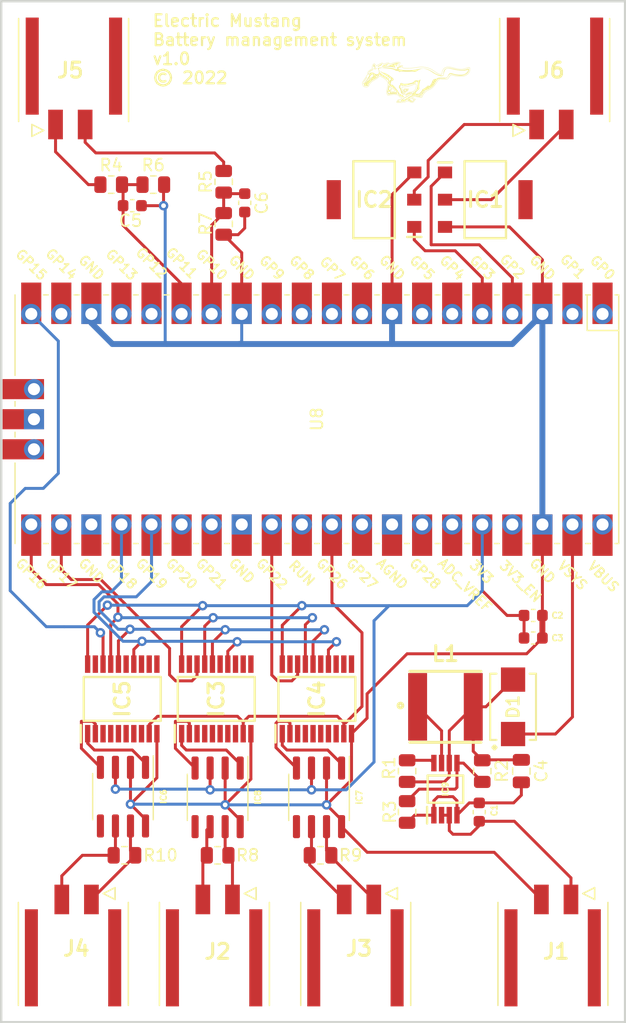
<source format=kicad_pcb>
(kicad_pcb (version 20211014) (generator pcbnew)
  (layers (0 "F.Cu" signal) (31 "B.Cu" signal) (34 "B.Paste" user) (35 "F.Paste" user) (36 "B.SilkS" user "B.Silkscreen") (37 "F.SilkS" user "F.Silkscreen") (38 "B.Mask" user) (39 "F.Mask" user) (44 "Edge.Cuts" user))
  (net 0 "")
  (net 1 "12V")
  (net 2 "Net-(C1-Pad2)")
  (net 3 "3V")
  (net 4 "GND")
  (net 5 "5V")
  (net 6 "BATT_1_CAN_TX")
  (net 7 "BATT_1_CAN_RX")
  (net 8 "8MHz")
  (net 9 "SPI0_CLK")
  (net 10 "SPI0_MOSI")
  (net 11 "SPI0_MISO")
  (net 12 "BATT_1_CS")
  (net 13 "Net-(D1-Pad1)")
  (net 14 "BATT_1_CAN_L")
  (net 15 "BATT_1_CAN_H")
  (net 16 "BATT_2_CAN_TX")
  (net 17 "BATT_2_CAN_RX")
  (net 18 "BATT_2_CS")
  (net 19 "MAIN_CAN_TX")
  (net 20 "MAIN_CAN_RX")
  (net 22 "MAIN_CAN_L")
  (net 23 "MAIN_CAN_H")
  (net 24 "MAIN_CAN_CS")
  (net 25 "BATT_2_CAN_L")
  (net 26 "BATT_2_CAN_H")
  (net 48 "Net-(L1-Pad1)")
  (net 49 "IGNITION_ON_IN")
  (net 50 "CHARGE_ENABLE_IN")
  (net 52 "UART_TX")
  (net 53 "UART_RX")
  (net 55 "BATT_1_CONTACTOR_SIGNAL")
  (net 56 "BATT_1_CONTACTOR_GND")
  (net 58 "BATT_2_CONTACTOR_SIGNAL")
  (net 59 "BATT_2_CONTACTOR_GND")
  (net 62 "IGNITION_ON_IN_SIGNAL")
  (net 63 "CHARGE_ENABLE_IN_SIGNAL")
  (net 98 "Net-(R2-Pad2)")
  (net 99 "Net-(R1-Pad2)")
  (footprint "LOGO" (layer "F.Cu") (at 104.902 88.9)
    (fp_text reference "G***" hide)
    (fp_text value "LOGO" hide)
  )
  (footprint "Package_SO:SOIC-8_3.9x4.9mm_P1.27mm" (layer "F.Cu") (at 96.700009 149.283249 -90)
    (fp_text reference "IC7")
    (fp_text value "SN65HVD230" hide)
  )
  (footprint "Connector:105430YY02" (layer "F.Cu") (at 76.221 157.908)
    (fp_text reference "J4")
    (fp_text value "BATT2 CAN" hide)
  )
  (footprint "Resistor_SMD:R_0805_2012Metric" (layer "F.Cu") (at 104.14 150.5185 -90)
    (fp_text reference "R3")
    (fp_text value "47k" hide)
  )
  (footprint "Connector:105430YY02" (layer "F.Cu") (at 75.692 92.456 180)
    (fp_text reference "J5")
    (fp_text value "INPUTS" hide)
  )
  (footprint "Resistor_SMD:R_0805_2012Metric" (layer "F.Cu") (at 82.7005 97.536)
    (fp_text reference "R6")
    (fp_text value "1k5" hide)
  )
  (footprint "MountingHole:MountingHole_3.2mm_M3" (layer "F.Cu") (at 118.872 99.314)
    (fp_text reference "H2" hide)
    (fp_text value "MountingHole" hide)
  )
  (footprint "MountingHole:MountingHole_3.2mm_M3" (layer "F.Cu") (at 118.872 151.638)
    (fp_text reference "H3" hide)
    (fp_text value "MountingHole" hide)
  )
  (footprint "Resistor_SMD:R_0805_2012Metric" (layer "F.Cu") (at 110.49 147.066 -90)
    (fp_text reference "R2")
    (fp_text value "220k" hide)
  )
  (footprint "Package_SO:SOIC-8_3.9x4.9mm_P1.27mm" (layer "F.Cu") (at 88.134042 149.283249 -90)
    (fp_text reference "IC8")
    (fp_text value "SN65HVD230" hide)
  )
  (footprint "Capacitor_SMD:C_0603_1608Metric" (layer "F.Cu") (at 90.424 99.073 -90)
    (fp_text reference "C6")
    (fp_text value "1uF" hide)
  )
  (footprint "Diode_SMD:DIOM5336X244N" (layer "F.Cu") (at 113.093 141.6375 90)
    (fp_text reference "D1")
    (fp_text value "SS54B" hide)
  )
  (footprint "Module:RPi_Pico_SMD_TH" (layer "F.Cu") (at 96.52 117.348 -90)
    (fp_text reference "U8")
    (fp_text value "Pico")
  )
  (footprint "Resistor_SMD:R_0805_2012Metric" (layer "F.Cu") (at 88.646 100.851 -90)
    (fp_text reference "R7")
    (fp_text value "1k5" hide)
  )
  (footprint "Connector:105430YY02" (layer "F.Cu") (at 100.076 157.908)
    (fp_text reference "J3")
    (fp_text value "BATT1 CAN" hide)
  )
  (footprint "Capacitor_SMD:C_0603_1608Metric" (layer "F.Cu") (at 114.795 133.9215)
    (fp_text reference "C2")
    (fp_text value "100nF" hide)
  )
  (footprint "Capacitor_SMD:C_0603_1608Metric" (layer "F.Cu") (at 110.236 150.5275 90)
    (fp_text reference "C1")
    (fp_text value "10uF" hide)
  )
  (footprint "Package_SO:SOIC-8_3.9x4.9mm_P1.27mm" (layer "F.Cu") (at 80.137 149.225 -90)
    (fp_text reference "IC6")
    (fp_text value "SN65HVD230" hide)
  )
  (footprint "Capacitor_SMD:C_0603_1608Metric" (layer "F.Cu") (at 114.795 135.8265)
    (fp_text reference "C3")
    (fp_text value "100nF" hide)
  )
  (footprint "MountingHole:MountingHole_3.2mm_M3" (layer "F.Cu") (at 73.66 151.638)
    (fp_text reference "H4" hide)
    (fp_text value "MountingHole" hide)
  )
  (footprint "Capacitor_SMD:C_0805_2012Metric" (layer "F.Cu") (at 113.792 147.066 -90)
    (fp_text reference "C4")
    (fp_text value "22uF" hide)
  )
  (footprint "Resistor_SMD:R_0805_2012Metric" (layer "F.Cu") (at 79.1445 97.536)
    (fp_text reference "R4")
    (fp_text value "4k7" hide)
  )
  (footprint "Resistor_SMD:R_0805_2012Metric" (layer "F.Cu") (at 96.827009 154.178)
    (fp_text reference "R9")
    (fp_text value "120" hide)
  )
  (footprint "Module:SOP65P640X120-20N" (layer "F.Cu") (at 96.52 140.97 90)
    (fp_text reference "IC4")
    (fp_text value "MCP2515-I_ST" hide)
  )
  (footprint "Resistor_SMD:R_0805_2012Metric" (layer "F.Cu") (at 88.646 97.295 -90)
    (fp_text reference "R5")
    (fp_text value "4k7" hide)
  )
  (footprint "Resistor_SMD:R_0805_2012Metric" (layer "F.Cu") (at 104.14 147.066 90)
    (fp_text reference "R1")
    (fp_text value "100k" hide)
  )
  (footprint "Symbol:SOT230P700X175-4N" (layer "F.Cu") (at 101.346 98.806 180)
    (fp_text reference "IC2")
    (fp_text value "NCV8402ASTT1G" hide)
  )
  (footprint "Capacitor_SMD:C_0603_1608Metric" (layer "F.Cu") (at 80.9225 99.314)
    (fp_text reference "C5")
    (fp_text value "1uF" hide)
  )
  (footprint "Symbol:SOT230P700X175-4N" (layer "F.Cu") (at 110.744 98.806)
    (fp_text reference "IC1")
    (fp_text value "NCV8402ASTT1G" hide)
  )
  (footprint "Resistor_SMD:R_0805_2012Metric" (layer "F.Cu") (at 80.264 154.178)
    (fp_text reference "R10")
    (fp_text value "120" hide)
  )
  (footprint "Connector:105430YY02" (layer "F.Cu") (at 88.138 157.908)
    (fp_text reference "J2")
    (fp_text value "MAIN CAN" hide)
  )
  (footprint "Inductor_SMD:NR6028T220M" (layer "F.Cu") (at 107.378 141.6375)
    (fp_text reference "L1")
    (fp_text value "2.2uH" hide)
  )
  (footprint "Connector:105430YY02" (layer "F.Cu") (at 116.332 92.456 180)
    (fp_text reference "J6")
    (fp_text value "INPUTS" hide)
  )
  (footprint "Module:SOP65P640X120-20N" (layer "F.Cu") (at 88.020011 140.97 90)
    (fp_text reference "IC3")
    (fp_text value "MCP2515-I_ST" hide)
  )
  (footprint "Resistor_SMD:R_0805_2012Metric" (layer "F.Cu") (at 88.134042 154.178)
    (fp_text reference "R8")
    (fp_text value "120" hide)
  )
  (footprint "Module:SOP65P490X110-8N" (layer "F.Cu") (at 107.378 148.59 90)
    (fp_text reference "IC9")
    (fp_text value "TPS62160DGKR" hide)
  )
  (footprint "MountingHole:MountingHole_3.2mm_M3" (layer "F.Cu") (at 73.66 99.314)
    (fp_text reference "H1" hide)
    (fp_text value "MountingHole" hide)
  )
  (footprint "Module:SOP65P640X120-20N" (layer "F.Cu") (at 80.079469 140.97 90)
    (fp_text reference "IC5")
    (fp_text value "MCP2515-I_ST" hide)
  )
  (footprint "Connector:105430YY02" (layer "F.Cu") (at 116.734 157.908)
    (fp_text reference "J1")
    (fp_text value "power" hide)
  )
  (gr_line (start 122.555 168.275) (end 122.555 82.042) (layer "Edge.Cuts") (width 0.2))
  (gr_line (start 69.85 82.042) (end 122.555 82.042) (layer "Edge.Cuts") (width 0.2))
  (gr_line (start 69.85 168.275) (end 122.555 168.275) (layer "Edge.Cuts") (width 0.2))
  (gr_line (start 69.85 168.275) (end 69.85 82.042) (layer "Edge.Cuts") (width 0.2))
  (gr_text "Electric Mustang\nBattery management system\nv1.0\n© 2022" (at 82.55 86.106) (layer "F.SilkS") (effects (font (size 1 1) (thickness 0.1875)) (justify left)))
  (segment (start 107.703 150.79) (end 107.703 152.09) (width 0.25) (layer "F.Cu") (net 1))
  (segment (start 107.703 152.09) (end 108.013 152.4) (width 0.25) (layer "F.Cu") (net 1))
  (segment (start 117.984 156.084) (end 117.984 157.908) (width 0.25) (layer "F.Cu") (net 1))
  (segment (start 108.013 152.4) (end 109.5055 152.4) (width 0.25) (layer "F.Cu") (net 1))
  (segment (start 110.236 151.6695) (end 109.5055 152.4) (width 0.25) (layer "F.Cu") (net 1))
  (segment (start 113.2025 151.3025) (end 117.984 156.084) (width 0.25) (layer "F.Cu") (net 1))
  (segment (start 110.236 151.3025) (end 110.236 151.6695) (width 0.25) (layer "F.Cu") (net 1))
  (segment (start 107.053 150.79) (end 107.703 150.79) (width 0.25) (layer "F.Cu") (net 1))
  (segment (start 110.236 151.3025) (end 113.2025 151.3025) (width 0.25) (layer "F.Cu") (net 1))
  (segment (start 113.1375 149.7525) (end 113.792 149.098) (width 0.25) (layer "F.Cu") (net 2))
  (segment (start 106.403 149.565) (end 106.403 150.79) (width 0.25) (layer "F.Cu") (net 2))
  (segment (start 110.236 149.7525) (end 113.1375 149.7525) (width 0.25) (layer "F.Cu") (net 2))
  (segment (start 108.353 149.565) (end 108.013 149.225) (width 0.25) (layer "F.Cu") (net 2))
  (segment (start 109.3905 149.7525) (end 108.353 150.79) (width 0.25) (layer "F.Cu") (net 2))
  (segment (start 106.403 150.79) (end 104.781 150.79) (width 0.25) (layer "F.Cu") (net 2))
  (segment (start 108.353 150.79) (end 108.353 149.565) (width 0.25) (layer "F.Cu") (net 2))
  (segment (start 109.3905 149.7525) (end 110.236 149.7525) (width 0.25) (layer "F.Cu") (net 2))
  (segment (start 108.013 149.225) (end 106.743 149.225) (width 0.25) (layer "F.Cu") (net 2))
  (segment (start 113.792 149.098) (end 113.792 148.016) (width 0.25) (layer "F.Cu") (net 2))
  (segment (start 104.781 150.79) (end 104.14 151.431) (width 0.25) (layer "F.Cu") (net 2))
  (segment (start 106.743 149.225) (end 106.403 149.565) (width 0.25) (layer "F.Cu") (net 2))
  (segment (start 112.5855 133.9215) (end 114.02 133.9215) (width 0.25) (layer "F.Cu") (net 3))
  (segment (start 85.095011 134.868989) (end 86.868 133.096) (width 0.25) (layer "F.Cu") (net 3))
  (segment (start 93.595 138.032) (end 93.595 134.751) (width 0.25) (layer "F.Cu") (net 3))
  (segment (start 77.154469 134.726531) (end 78.826 133.055) (width 0.25) (layer "F.Cu") (net 3))
  (segment (start 110.49 126.238) (end 110.49 131.826) (width 0.25) (layer "F.Cu") (net 3))
  (segment (start 114.02 133.9215) (end 114.02 135.8265) (width 0.25) (layer "F.Cu") (net 3))
  (segment (start 87.499042 148.647531) (end 87.499042 146.808249) (width 0.25) (layer "F.Cu") (net 3))
  (segment (start 93.595 134.751) (end 95.25 133.096) (width 0.25) (layer "F.Cu") (net 3))
  (segment (start 77.154469 138.032) (end 77.154469 134.726531) (width 0.25) (layer "F.Cu") (net 3))
  (segment (start 85.095011 138.032) (end 85.095011 134.868989) (width 0.25) (layer "F.Cu") (net 3))
  (segment (start 110.49 131.826) (end 112.5855 133.9215) (width 0.25) (layer "F.Cu") (net 3))
  (segment (start 79.502 146.75) (end 79.502 148.59) (width 0.25) (layer "F.Cu") (net 3))
  (segment (start 96.065009 148.647531) (end 96.065009 146.808249) (width 0.25) (layer "F.Cu") (net 3))
  (via (at 95.25 133.096) (size 0.8) (drill 0.4) (layers "F.Cu" "B.Cu") (net 3))
  (via (at 96.065009 148.647531) (size 0.8) (drill 0.4) (layers "F.Cu" "B.Cu") (net 3))
  (via (at 78.826 133.055) (size 0.8) (drill 0.4) (layers "F.Cu" "B.Cu") (net 3))
  (via (at 79.502 148.59) (size 0.8) (drill 0.4) (layers "F.Cu" "B.Cu") (net 3))
  (via (at 86.868 133.096) (size 0.8) (drill 0.4) (layers "F.Cu" "B.Cu") (net 3))
  (via (at 87.499042 148.647531) (size 0.8) (drill 0.4) (layers "F.Cu" "B.Cu") (net 3))
  (segment (start 101.346 146.304) (end 101.346 134.366) (width 0.25) (layer "B.Cu") (net 3))
  (segment (start 102.616 133.096) (end 109.22 133.096) (width 0.25) (layer "B.Cu") (net 3))
  (segment (start 79.502 148.59) (end 87.441511 148.59) (width 0.25) (layer "B.Cu") (net 3))
  (segment (start 101.346 134.366) (end 102.616 133.096) (width 0.25) (layer "B.Cu") (net 3))
  (segment (start 86.827 133.055) (end 86.868 133.096) (width 0.25) (layer "B.Cu") (net 3))
  (segment (start 86.868 133.096) (end 95.25 133.096) (width 0.25) (layer "B.Cu") (net 3))
  (segment (start 110.49 131.826) (end 110.49 126.238) (width 0.25) (layer "B.Cu") (net 3))
  (segment (start 99.002469 148.647531) (end 101.346 146.304) (width 0.25) (layer "B.Cu") (net 3))
  (segment (start 95.25 133.096) (end 102.616 133.096) (width 0.25) (layer "B.Cu") (net 3))
  (segment (start 87.499042 148.647531) (end 96.065009 148.647531) (width 0.25) (layer "B.Cu") (net 3))
  (segment (start 96.065009 148.647531) (end 99.002469 148.647531) (width 0.25) (layer "B.Cu") (net 3))
  (segment (start 109.22 133.096) (end 110.49 131.826) (width 0.25) (layer "B.Cu") (net 3))
  (segment (start 78.826 133.055) (end 86.827 133.055) (width 0.25) (layer "B.Cu") (net 3))
  (segment (start 87.441511 148.59) (end 87.499042 148.647531) (width 0.25) (layer "B.Cu") (net 3))
  (segment (start 90.424 101.2085) (end 90.424 99.848) (width 0.25) (layer "F.Cu") (net 4))
  (segment (start 100.75952 140.54048) (end 100.75952 142.59348) (width 0.25) (layer "F.Cu") (net 4))
  (segment (start 82.042 151.13) (end 82.042 151.7) (width 0.25) (layer "F.Cu") (net 4))
  (segment (start 115.57 126.238) (end 115.57 133.9215) (width 0.25) (layer "F.Cu") (net 4))
  (segment (start 83.004469 147.627531) (end 83.004469 143.908) (width 0.25) (layer "F.Cu") (net 4))
  (segment (start 107.344 101.106) (end 112.79 101.106) (width 0.25) (layer "F.Cu") (net 4))
  (segment (start 115.57 133.9215) (end 115.57 135.8265) (width 0.5) (layer "F.Cu") (net 4))
  (segment (start 89.869 101.7635) (end 90.424 101.2085) (width 0.25) (layer "F.Cu") (net 4))
  (segment (start 98.605009 151.187531) (end 97.335009 149.917531) (width 0.25) (layer "F.Cu") (net 4))
  (segment (start 83.566 99.314) (end 81.6975 99.314) (width 0.25) (layer "F.Cu") (net 4))
  (segment (start 99.445 147.80754) (end 99.445 143.908) (width 0.25) (layer "F.Cu") (net 4))
  (segment (start 90.17 108.458) (end 90.17 103.2875) (width 0.25) (layer "F.Cu") (net 4))
  (segment (start 104.14 137.16) (end 100.75952 140.54048) (width 0.25) (layer "F.Cu") (net 4))
  (segment (start 115.57 135.8265) (end 114.2365 137.16) (width 0.25) (layer "F.Cu") (net 4))
  (segment (start 114.2365 137.16) (end 104.14 137.16) (width 0.25) (layer "F.Cu") (net 4))
  (segment (start 100.75952 142.59348) (end 99.445 143.908) (width 0.25) (layer "F.Cu") (net 4))
  (segment (start 98.605009 151.758249) (end 100.77076 153.924) (width 0.25) (layer "F.Cu") (net 4))
  (segment (start 83.566 99.314) (end 83.566 97.583) (width 0.25) (layer "F.Cu") (net 4))
  (segment (start 97.335009 149.917531) (end 97.335009 146.808249) (width 0.25) (layer "F.Cu") (net 4))
  (segment (start 80.772 149.86) (end 82.042 151.13) (width 0.25) (layer "F.Cu") (net 4))
  (segment (start 112.79 101.106) (end 115.57 103.886) (width 0.25) (layer "F.Cu") (net 4))
  (segment (start 80.772 149.86) (end 83.004469 147.627531) (width 0.25) (layer "F.Cu") (net 4))
  (segment (start 90.945011 147.741562) (end 90.945011 143.908) (width 0.25) (layer "F.Cu") (net 4))
  (segment (start 88.769042 149.917531) (end 90.945011 147.741562) (width 0.25) (layer "F.Cu") (net 4))
  (segment (start 83.566 97.583) (end 83.613 97.536) (width 0.25) (layer "F.Cu") (net 4))
  (segment (start 102.87 108.458) (end 102.87 98.382) (width 0.25) (layer "F.Cu") (net 4))
  (segment (start 98.605009 151.758249) (end 98.605009 151.187531) (width 0.25) (layer "F.Cu") (net 4))
  (segment (start 88.646 101.7635) (end 89.869 101.7635) (width 0.25) (layer "F.Cu") (net 4))
  (segment (start 111.5 153.924) (end 115.484 157.908) (width 0.25) (layer "F.Cu") (net 4))
  (segment (start 88.769042 146.808249) (end 88.769042 149.917531) (width 0.25) (layer "F.Cu") (net 4))
  (segment (start 97.335009 149.917531) (end 99.445 147.80754) (width 0.25) (layer "F.Cu") (net 4))
  (segment (start 115.57 103.886) (end 115.57 108.458) (width 0.25) (layer "F.Cu") (net 4))
  (segment (start 80.772 146.75) (end 80.772 149.86) (width 0.25) (layer "F.Cu") (net 4))
  (segment (start 88.769042 149.917531) (end 90.039042 151.187531) (width 0.25) (layer "F.Cu") (net 4))
  (segment (start 102.87 98.382) (end 104.746 96.506) (width 0.25) (layer "F.Cu") (net 4))
  (segment (start 100.77076 153.924) (end 111.5 153.924) (width 0.25) (layer "F.Cu") (net 4))
  (segment (start 90.039042 151.187531) (end 90.039042 151.758249) (width 0.25) (layer "F.Cu") (net 4))
  (segment (start 90.17 103.2875) (end 88.646 101.7635) (width 0.25) (layer "F.Cu") (net 4))
  (via (at 88.769042 149.917531) (size 0.8) (drill 0.4) (layers "F.Cu" "B.Cu") (net 4))
  (via (at 80.772 149.86) (size 0.8) (drill 0.4) (layers "F.Cu" "B.Cu") (net 4))
  (via (at 97.335009 149.917531) (size 0.8) (drill 0.4) (layers "F.Cu" "B.Cu") (net 4))
  (via (at 83.566 99.314) (size 0.8) (drill 0.4) (layers "F.Cu" "B.Cu") (net 4))
  (segment (start 77.47 109.22) (end 77.47 108.458) (width 0.5) (layer "B.Cu") (net 4))
  (segment (start 90.17 108.458) (end 90.17 110.744) (width 0.25) (layer "B.Cu") (net 4))
  (segment (start 90.17 110.744) (end 89.916 110.998) (width 0.25) (layer "B.Cu") (net 4))
  (segment (start 102.87 110.998) (end 102.87 108.458) (width 0.5) (layer "B.Cu") (net 4))
  (segment (start 79.248 110.998) (end 77.47 109.22) (width 0.5) (layer "B.Cu") (net 4))
  (segment (start 89.916 110.998) (end 83.82 110.998) (width 0.5) (layer "B.Cu") (net 4))
  (segment (start 115.57 126.238) (end 115.57 108.458) (width 0.5) (layer "B.Cu") (net 4))
  (segment (start 88.769042 149.917531) (end 97.335009 149.917531) (width 0.25) (layer "B.Cu") (net 4))
  (segment (start 113.03 110.998) (end 102.87 110.998) (width 0.5) (layer "B.Cu") (net 4))
  (segment (start 88.711511 149.86) (end 88.769042 149.917531) (width 0.25) (layer "B.Cu") (net 4))
  (segment (start 102.87 110.998) (end 89.916 110.998) (width 0.5) (layer "B.Cu") (net 4))
  (segment (start 83.82 110.998) (end 79.248 110.998) (width 0.5) (layer "B.Cu") (net 4))
  (segment (start 83.704511 110.882511) (end 83.82 110.998) (width 0.25) (layer "B.Cu") (net 4))
  (segment (start 83.704511 99.452511) (end 83.704511 110.882511) (width 0.25) (layer "B.Cu") (net 4))
  (segment (start 80.772 149.86) (end 88.711511 149.86) (width 0.25) (layer "B.Cu") (net 4))
  (segment (start 83.566 99.314) (end 83.704511 99.452511) (width 0.25) (layer "B.Cu") (net 4))
  (segment (start 115.57 108.458) (end 113.03 110.998) (width 0.5) (layer "B.Cu") (net 4))
  (segment (start 107.703 143.6625) (end 107.703 145.281) (width 0.25) (layer "F.Cu") (net 5))
  (segment (start 113.093 139.3388) (end 110.7943 141.6375) (width 0.25) (layer "F.Cu") (net 5))
  (segment (start 107.703 145.281) (end 107.703 146.39) (width 0.25) (layer "F.Cu") (net 5))
  (segment (start 107.703 143.6625) (end 109.728 141.6375) (width 0.25) (layer "F.Cu") (net 5))
  (segment (start 104.14 147.9785) (end 107.2915 147.9785) (width 0.25) (layer "F.Cu") (net 5))
  (segment (start 107.2915 147.9785) (end 107.703 147.567) (width 0.25) (layer "F.Cu") (net 5))
  (segment (start 109.728 145.3915) (end 110.49 146.1535) (width 0.25) (layer "F.Cu") (net 5))
  (segment (start 107.703 147.567) (end 107.703 146.39) (width 0.25) (layer "F.Cu") (net 5))
  (segment (start 113.792 146.116) (end 110.5275 146.116) (width 0.25) (layer "F.Cu") (net 5))
  (segment (start 109.728 141.6375) (end 109.728 145.3915) (width 0.25) (layer "F.Cu") (net 5))
  (segment (start 110.7943 141.6375) (end 109.728 141.6375) (width 0.25) (layer "F.Cu") (net 5))
  (segment (start 110.5275 146.116) (end 110.49 146.1535) (width 0.25) (layer "F.Cu") (net 5))
  (segment (start 93.9875 145.288) (end 93.595 144.8955) (width 0.25) (layer "F.Cu") (net 6))
  (segment (start 93.595 144.8955) (end 93.595 143.908) (width 0.25) (layer "F.Cu") (net 6))
  (segment (start 97.432548 145.288) (end 93.9875 145.288) (width 0.25) (layer "F.Cu") (net 6))
  (segment (start 98.605009 146.808249) (end 98.605009 146.460461) (width 0.25) (layer "F.Cu") (net 6))
  (segment (start 98.605009 146.460461) (end 97.432548 145.288) (width 0.25) (layer "F.Cu") (net 6))
  (segment (start 93.065489 143.0185) (end 93.218 142.865989) (width 0.25) (layer "F.Cu") (net 7))
  (segment (start 94.795009 146.808249) (end 93.065489 145.078729) (width 0.25) (layer "F.Cu") (net 7))
  (segment (start 94.245 143.013) (end 94.245 143.908) (width 0.25) (layer "F.Cu") (net 7))
  (segment (start 93.065489 145.078729) (end 93.065489 143.0185) (width 0.25) (layer "F.Cu") (net 7))
  (segment (start 93.218 142.865989) (end 94.097989 142.865989) (width 0.25) (layer "F.Cu") (net 7))
  (segment (start 94.097989 142.865989) (end 94.245 143.013) (width 0.25) (layer "F.Cu") (net 7))
  (segment (start 98.795 142.986478) (end 98.795 143.908) (width 0.25) (layer "F.Cu") (net 8))
  (segment (start 89.81098 142.436469) (end 90.295011 142.9205) (width 0.25) (layer "F.Cu") (net 8))
  (segment (start 82.354469 143.14) (end 83.058 142.436469) (width 0.25) (layer "F.Cu") (net 8))
  (segment (start 90.295011 142.9205) (end 90.295011 143.908) (width 0.25) (layer "F.Cu") (net 8))
  (segment (start 83.058 142.436469) (end 89.81098 142.436469) (width 0.25) (layer "F.Cu") (net 8))
  (segment (start 97.79 132.842) (end 97.79 126.238) (width 0.25) (layer "F.Cu") (net 8))
  (segment (start 82.354469 143.908) (end 82.354469 143.14) (width 0.25) (layer "F.Cu") (net 8))
  (segment (start 98.948522 142.986478) (end 100.33 141.605) (width 0.25) (layer "F.Cu") (net 8))
  (segment (start 90.779042 142.436469) (end 98.244991 142.436469) (width 0.25) (layer "F.Cu") (net 8))
  (segment (start 98.244991 142.436469) (end 98.795 142.986478) (width 0.25) (layer "F.Cu") (net 8))
  (segment (start 100.33 141.605) (end 100.33 135.382) (width 0.25) (layer "F.Cu") (net 8))
  (segment (start 98.795 142.986478) (end 98.948522 142.986478) (width 0.25) (layer "F.Cu") (net 8))
  (segment (start 100.33 135.382) (end 97.79 132.842) (width 0.25) (layer "F.Cu") (net 8))
  (segment (start 90.295011 142.9205) (end 90.779042 142.436469) (width 0.25) (layer "F.Cu") (net 8))
  (segment (start 81.054469 136.795531) (end 81.747 136.103) (width 0.25) (layer "F.Cu") (net 9))
  (segment (start 97.495 138.032) (end 97.495 136.82) (width 0.25) (layer "F.Cu") (net 9))
  (segment (start 88.995011 136.937989) (end 89.789 136.144) (width 0.25) (layer "F.Cu") (net 9))
  (segment (start 81.054469 138.032) (end 81.054469 136.795531) (width 0.25) (layer "F.Cu") (net 9))
  (segment (start 88.995011 138.032) (end 88.995011 136.937989) (width 0.25) (layer "F.Cu") (net 9))
  (segment (start 97.495 136.82) (end 98.171 136.144) (width 0.25) (layer "F.Cu") (net 9))
  (via (at 81.747 136.103) (size 0.8) (drill 0.4) (layers "F.Cu" "B.Cu") (net 9))
  (via (at 89.789 136.144) (size 0.8) (drill 0.4) (layers "F.Cu" "B.Cu") (net 9))
  (via (at 98.171 136.144) (size 0.8) (drill 0.4) (layers "F.Cu" "B.Cu") (net 9))
  (segment (start 81.747 136.103) (end 89.748 136.103) (width 0.25) (layer "B.Cu") (net 9))
  (segment (start 80.143236 136.103) (end 77.691969 133.651732) (width 0.25) (layer "B.Cu") (net 9))
  (segment (start 89.748 136.103) (end 89.789 136.144) (width 0.25) (layer "B.Cu") (net 9))
  (segment (start 79.153031 131.920969) (end 80.01 131.064) (width 0.25) (layer "B.Cu") (net 9))
  (segment (start 81.747 136.103) (end 80.143236 136.103) (width 0.25) (layer "B.Cu") (net 9))
  (segment (start 89.789 136.144) (end 98.171 136.144) (width 0.25) (layer "B.Cu") (net 9))
  (segment (start 78.356268 131.920969) (end 79.153031 131.920969) (width 0.25) (layer "B.Cu") (net 9))
  (segment (start 80.01 131.064) (end 80.01 126.238) (width 0.25) (layer "B.Cu") (net 9))
  (segment (start 77.691969 133.651732) (end 77.691969 132.585267) (width 0.25) (layer "B.Cu") (net 9))
  (segment (start 77.691969 132.585267) (end 78.356268 131.920969) (width 0.25) (layer "B.Cu") (net 9))
  (segment (start 79.754469 136.063531) (end 80.731 135.087) (width 0.25) (layer "F.Cu") (net 10))
  (segment (start 96.195 136.088) (end 97.155 135.128) (width 0.25) (layer "F.Cu") (net 10))
  (segment (start 87.695011 136.205989) (end 88.773 135.128) (width 0.25) (layer "F.Cu") (net 10))
  (segment (start 87.695011 138.032) (end 87.695011 136.205989) (width 0.25) (layer "F.Cu") (net 10))
  (segment (start 79.754469 138.032) (end 79.754469 136.063531) (width 0.25) (layer "F.Cu") (net 10))
  (segment (start 96.195 138.032) (end 96.195 136.088) (width 0.25) (layer "F.Cu") (net 10))
  (via (at 88.773 135.128) (size 0.8) (drill 0.4) (layers "F.Cu" "B.Cu") (net 10))
  (via (at 80.731 135.087) (size 0.8) (drill 0.4) (layers "F.Cu" "B.Cu") (net 10))
  (via (at 97.155 135.128) (size 0.8) (drill 0.4) (layers "F.Cu" "B.Cu") (net 10))
  (segment (start 78.121489 133.473819) (end 78.121489 132.763181) (width 0.25) (layer "B.Cu") (net 10))
  (segment (start 80.731 135.087) (end 88.732 135.087) (width 0.25) (layer "B.Cu") (net 10))
  (segment (start 88.773 135.128) (end 97.155 135.128) (width 0.25) (layer "B.Cu") (net 10))
  (segment (start 81.263511 132.350489) (end 82.55 131.064) (width 0.25) (layer "B.Cu") (net 10))
  (segment (start 80.731 135.087) (end 79.73467 135.087) (width 0.25) (layer "B.Cu") (net 10))
  (segment (start 88.732 135.087) (end 88.773 135.128) (width 0.25) (layer "B.Cu") (net 10))
  (segment (start 82.55 131.064) (end 82.55 126.238) (width 0.25) (layer "B.Cu") (net 10))
  (segment (start 79.73467 135.087) (end 78.121489 133.473819) (width 0.25) (layer "B.Cu") (net 10))
  (segment (start 78.121489 132.763181) (end 78.534181 132.350489) (width 0.25) (layer "B.Cu") (net 10))
  (segment (start 78.534181 132.350489) (end 81.263511 132.350489) (width 0.25) (layer "B.Cu") (net 10))
  (segment (start 73.66 131.318) (end 72.39 130.048) (width 0.25) (layer "F.Cu") (net 11))
  (segment (start 95.545 134.706) (end 96.139 134.112) (width 0.25) (layer "F.Cu") (net 11))
  (segment (start 95.545 138.032) (end 95.545 134.706) (width 0.25) (layer "F.Cu") (net 11))
  (segment (start 72.39 130.048) (end 72.39 126.238) (width 0.25) (layer "F.Cu") (net 11))
  (segment (start 79.104469 138.032) (end 79.104469 134.681531) (width 0.25) (layer "F.Cu") (net 11))
  (segment (start 87.045011 138.032) (end 87.045011 134.823989) (width 0.25) (layer "F.Cu") (net 11))
  (segment (start 87.045011 134.823989) (end 87.757 134.112) (width 0.25) (layer "F.Cu") (net 11))
  (segment (start 79.715 132.94767) (end 78.08533 131.318) (width 0.25) (layer "F.Cu") (net 11))
  (segment (start 79.715 134.071) (end 79.715 132.94767) (width 0.25) (layer "F.Cu") (net 11))
  (segment (start 79.104469 134.681531) (end 79.715 134.071) (width 0.25) (layer "F.Cu") (net 11))
  (segment (start 78.08533 131.318) (end 73.66 131.318) (width 0.25) (layer "F.Cu") (net 11))
  (via (at 87.757 134.112) (size 0.8) (drill 0.4) (layers "F.Cu" "B.Cu") (net 11))
  (via (at 79.715 134.071) (size 0.8) (drill 0.4) (layers "F.Cu" "B.Cu") (net 11))
  (via (at 96.139 134.112) (size 0.8) (drill 0.4) (layers "F.Cu" "B.Cu") (net 11))
  (segment (start 87.757 134.112) (end 96.139 134.112) (width 0.25) (layer "B.Cu") (net 11))
  (segment (start 79.715 134.071) (end 79.756 134.112) (width 0.25) (layer "B.Cu") (net 11))
  (segment (start 79.756 134.112) (end 87.757 134.112) (width 0.25) (layer "B.Cu") (net 11))
  (segment (start 93.200739 139.446) (end 92.71 138.955261) (width 0.25) (layer "F.Cu") (net 12))
  (segment (start 92.71 138.955261) (end 92.71 126.238) (width 0.25) (layer "F.Cu") (net 12))
  (segment (start 94.402522 139.446) (end 93.200739 139.446) (width 0.25) (layer "F.Cu") (net 12))
  (segment (start 94.895 138.032) (end 94.895 138.953522) (width 0.25) (layer "F.Cu") (net 12))
  (segment (start 94.895 138.953522) (end 94.402522 139.446) (width 0.25) (layer "F.Cu") (net 12))
  (segment (start 118.11 142.494) (end 116.6678 143.9362) (width 0.25) (layer "F.Cu") (net 13))
  (segment (start 116.6678 143.9362) (end 113.093 143.9362) (width 0.25) (layer "F.Cu") (net 13))
  (segment (start 118.11 126.238) (end 118.11 142.494) (width 0.25) (layer "F.Cu") (net 13))
  (segment (start 95.914509 154.996509) (end 98.826 157.908) (width 0.25) (layer "F.Cu") (net 14))
  (segment (start 96.065009 154.0275) (end 95.914509 154.178) (width 0.25) (layer "F.Cu") (net 14))
  (segment (start 95.914509 154.178) (end 95.914509 154.996509) (width 0.25) (layer "F.Cu") (net 14))
  (segment (start 96.065009 151.758249) (end 96.065009 154.0275) (width 0.25) (layer "F.Cu") (net 14))
  (segment (start 97.335009 151.758249) (end 97.335009 153.7735) (width 0.25) (layer "F.Cu") (net 15))
  (segment (start 97.739509 153.981531) (end 97.739509 154.321509) (width 0.25) (layer "F.Cu") (net 15))
  (segment (start 97.335009 153.577031) (end 97.739509 153.981531) (width 0.25) (layer "F.Cu") (net 15))
  (segment (start 97.335009 153.7735) (end 97.739509 154.178) (width 0.25) (layer "F.Cu") (net 15))
  (segment (start 97.739509 154.178) (end 97.739509 154.321509) (width 0.25) (layer "F.Cu") (net 15))
  (segment (start 97.739509 154.321509) (end 101.326 157.908) (width 0.25) (layer "F.Cu") (net 15))
  (segment (start 77.154469 144.718469) (end 77.154469 143.908) (width 0.25) (layer "F.Cu") (net 16))
  (segment (start 77.724 145.288) (end 77.154469 144.718469) (width 0.25) (layer "F.Cu") (net 16))
  (segment (start 82.042 146.75) (end 82.042 146.402212) (width 0.25) (layer "F.Cu") (net 16))
  (segment (start 80.927788 145.288) (end 77.724 145.288) (width 0.25) (layer "F.Cu") (net 16))
  (segment (start 82.042 146.402212) (end 80.927788 145.288) (width 0.25) (layer "F.Cu") (net 16))
  (segment (start 77.587989 142.865989) (end 77.804469 143.082469) (width 0.25) (layer "F.Cu") (net 17))
  (segment (start 76.624958 145.142958) (end 76.624958 142.865989) (width 0.25) (layer "F.Cu") (net 17))
  (segment (start 77.804469 143.082469) (end 77.804469 143.908) (width 0.25) (layer "F.Cu") (net 17))
  (segment (start 76.624958 142.865989) (end 77.587989 142.865989) (width 0.25) (layer "F.Cu") (net 17))
  (segment (start 78.232 146.75) (end 76.624958 145.142958) (width 0.25) (layer "F.Cu") (net 17))
  (segment (start 78.454469 135.604469) (end 78.232 135.382) (width 0.25) (layer "F.Cu") (net 18))
  (segment (start 78.454469 138.032) (end 78.454469 135.604469) (width 0.25) (layer "F.Cu") (net 18))
  (via (at 78.232 135.382) (size 0.8) (drill 0.4) (layers "F.Cu" "B.Cu") (net 18))
  (segment (start 74.676 110.744) (end 74.676 121.92) (width 0.25) (layer "B.Cu") (net 18))
  (segment (start 73.406 123.19) (end 71.882 123.19) (width 0.25) (layer "B.Cu") (net 18))
  (segment (start 73.66 134.874) (end 75.184 134.874) (width 0.25) (layer "B.Cu") (net 18))
  (segment (start 77.724 134.874) (end 78.232 135.382) (width 0.25) (layer "B.Cu") (net 18))
  (segment (start 75.184 134.874) (end 77.724 134.874) (width 0.25) (layer "B.Cu") (net 18))
  (segment (start 71.882 123.19) (end 70.612 124.46) (width 0.25) (layer "B.Cu") (net 18))
  (segment (start 70.612 131.826) (end 73.66 134.874) (width 0.25) (layer "B.Cu") (net 18))
  (segment (start 74.676 121.92) (end 73.406 123.19) (width 0.25) (layer "B.Cu") (net 18))
  (segment (start 72.39 108.458) (end 74.676 110.744) (width 0.25) (layer "B.Cu") (net 18))
  (segment (start 70.612 124.46) (end 70.612 131.826) (width 0.25) (layer "B.Cu") (net 18))
  (segment (start 88.866581 145.288) (end 85.487511 145.288) (width 0.25) (layer "F.Cu") (net 19))
  (segment (start 85.095011 144.8955) (end 85.095011 143.908) (width 0.25) (layer "F.Cu") (net 19))
  (segment (start 90.039042 146.460461) (end 88.866581 145.288) (width 0.25) (layer "F.Cu") (net 19))
  (segment (start 90.039042 146.808249) (end 90.039042 146.460461) (width 0.25) (layer "F.Cu") (net 19))
  (segment (start 85.487511 145.288) (end 85.095011 144.8955) (width 0.25) (layer "F.Cu") (net 19))
  (segment (start 85.598 142.865989) (end 85.745011 143.013) (width 0.25) (layer "F.Cu") (net 20))
  (segment (start 85.745011 143.013) (end 85.745011 143.908) (width 0.25) (layer "F.Cu") (net 20))
  (segment (start 86.229042 146.808249) (end 84.5655 145.144707) (width 0.25) (layer "F.Cu") (net 20))
  (segment (start 84.5655 142.865989) (end 85.598 142.865989) (width 0.25) (layer "F.Cu") (net 20))
  (segment (start 84.5655 145.144707) (end 84.5655 142.865989) (width 0.25) (layer "F.Cu") (net 20))
  (segment (start 87.221542 154.178) (end 87.221542 152.035749) (width 0.25) (layer "F.Cu") (net 22))
  (segment (start 86.888 157.908) (end 86.888 154.511542) (width 0.25) (layer "F.Cu") (net 22))
  (segment (start 86.888 154.511542) (end 87.221542 154.178) (width 0.25) (layer "F.Cu") (net 22))
  (segment (start 87.221542 152.035749) (end 87.499042 151.758249) (width 0.25) (layer "F.Cu") (net 22))
  (segment (start 88.769042 153.9005) (end 89.046542 154.178) (width 0.25) (layer "F.Cu") (net 23))
  (segment (start 89.388 157.908) (end 89.388 154.519458) (width 0.25) (layer "F.Cu") (net 23))
  (segment (start 89.388 154.519458) (end 89.046542 154.178) (width 0.25) (layer "F.Cu") (net 23))
  (segment (start 88.769042 151.758249) (end 88.769042 153.9005) (width 0.25) (layer "F.Cu") (net 23))
  (segment (start 84.582 139.446) (end 84.074 138.938) (width 0.25) (layer "F.Cu") (net 24))
  (segment (start 84.074 136.699237) (end 78.263243 130.88848) (width 0.25) (layer "F.Cu") (net 24))
  (segment (start 86.395011 138.032) (end 86.395011 139.0195) (width 0.25) (layer "F.Cu") (net 24))
  (segment (start 74.93 130.048) (end 74.93 126.238) (width 0.25) (layer "F.Cu") (net 24))
  (segment (start 75.77048 130.88848) (end 74.93 130.048) (width 0.25) (layer "F.Cu") (net 24))
  (segment (start 86.395011 139.0195) (end 85.968511 139.446) (width 0.25) (layer "F.Cu") (net 24))
  (segment (start 78.263243 130.88848) (end 75.77048 130.88848) (width 0.25) (layer "F.Cu") (net 24))
  (segment (start 85.968511 139.446) (end 84.582 139.446) (width 0.25) (layer "F.Cu") (net 24))
  (segment (start 84.074 138.938) (end 84.074 136.699237) (width 0.25) (layer "F.Cu") (net 24))
  (segment (start 74.971 157.908) (end 74.971 155.915) (width 0.25) (layer "F.Cu") (net 25))
  (segment (start 79.502 151.7) (end 79.502 154.0275) (width 0.25) (layer "F.Cu") (net 25))
  (segment (start 79.502 154.0275) (end 79.3515 154.178) (width 0.25) (layer "F.Cu") (net 25))
  (segment (start 76.708 154.178) (end 79.3515 154.178) (width 0.25) (layer "F.Cu") (net 25))
  (segment (start 74.971 155.915) (end 76.708 154.178) (width 0.25) (layer "F.Cu") (net 25))
  (segment (start 81.1765 154.2025) (end 81.1765 154.178) (width 0.25) (layer "F.Cu") (net 26))
  (segment (start 77.471 157.908) (end 81.1765 154.2025) (width 0.25) (layer "F.Cu") (net 26))
  (segment (start 80.772 151.7) (end 80.772 153.7735) (width 0.25) (layer "F.Cu") (net 26))
  (segment (start 80.772 153.7735) (end 81.1765 154.178) (width 0.25) (layer "F.Cu") (net 26))
  (segment (start 107.053 143.6625) (end 107.053 146.39) (width 0.25) (layer "F.Cu") (net 48))
  (segment (start 107.053 143.6625) (end 105.028 141.6375) (width 0.25) (layer "F.Cu") (net 48))
  (segment (start 77.216 97.536) (end 78.232 97.536) (width 0.25) (layer "F.Cu") (net 49))
  (segment (start 74.442 94.762) (end 77.216 97.536) (width 0.25) (layer "F.Cu") (net 49))
  (segment (start 74.442 92.456) (end 74.442 94.762) (width 0.25) (layer "F.Cu") (net 49))
  (segment (start 87.884 94.8585) (end 88.646 95.6205) (width 0.25) (layer "F.Cu") (net 50))
  (segment (start 76.942 92.456) (end 76.942 93.96) (width 0.25) (layer "F.Cu") (net 50))
  (segment (start 88.646 95.6205) (end 88.646 96.3825) (width 0.25) (layer "F.Cu") (net 50))
  (segment (start 76.942 93.96) (end 77.8405 94.8585) (width 0.25) (layer "F.Cu") (net 50))
  (segment (start 77.8405 94.8585) (end 87.884 94.8585) (width 0.25) (layer "F.Cu") (net 50))
  (segment (start 106.172 102.616) (end 106.172 97.678) (width 0.25) (layer "F.Cu") (net 55))
  (segment (start 106.172 97.678) (end 107.344 96.506) (width 0.25) (layer "F.Cu") (net 55))
  (segment (start 113.03 105.41) (end 110.236 102.616) (width 0.25) (layer "F.Cu") (net 55))
  (segment (start 110.236 102.616) (end 106.172 102.616) (width 0.25) (layer "F.Cu") (net 55))
  (segment (start 113.03 108.458) (end 113.03 105.41) (width 0.25) (layer "F.Cu") (net 55))
  (segment (start 111.252 98.806) (end 117.582 92.476) (width 0.25) (layer "F.Cu") (net 56))
  (segment (start 117.582 92.476) (end 117.582 92.456) (width 0.25) (layer "F.Cu") (net 56))
  (segment (start 107.344 98.806) (end 111.252 98.806) (width 0.25) (layer "F.Cu") (net 56))
  (segment (start 104.746 101.106) (end 104.746 102.206) (width 0.25) (layer "F.Cu") (net 58))
  (segment (start 105.664 103.124) (end 108.204 103.124) (width 0.25) (layer "F.Cu") (net 58))
  (segment (start 110.49 105.41) (end 110.49 108.458) (width 0.25) (layer "F.Cu") (net 58))
  (segment (start 108.204 103.124) (end 110.49 105.41) (width 0.25) (layer "F.Cu") (net 58))
  (segment (start 104.746 102.206) (end 105.664 103.124) (width 0.25) (layer "F.Cu") (net 58))
  (segment (start 105.918 96.884) (end 105.918 95.504) (width 0.25) (layer "F.Cu") (net 59))
  (segment (start 108.966 92.456) (end 115.082 92.456) (width 0.25) (layer "F.Cu") (net 59))
  (segment (start 104.746 98.056) (end 105.918 96.884) (width 0.25) (layer "F.Cu") (net 59))
  (segment (start 105.918 95.504) (end 108.966 92.456) (width 0.25) (layer "F.Cu") (net 59))
  (segment (start 104.746 98.806) (end 104.746 98.056) (width 0.25) (layer "F.Cu") (net 59))
  (segment (start 80.1475 100.9755) (end 85.09 105.918) (width 0.25) (layer "F.Cu") (net 62))
  (segment (start 81.788 97.536) (end 80.057 97.536) (width 0.25) (layer "F.Cu") (net 62))
  (segment (start 85.09 105.918) (end 85.09 108.458) (width 0.25) (layer "F.Cu") (net 62))
  (segment (start 80.1475 97.6265) (end 80.057 97.536) (width 0.25) (layer "F.Cu") (net 62))
  (segment (start 80.1475 99.314) (end 80.1475 97.6265) (width 0.25) (layer "F.Cu") (net 62))
  (segment (start 80.1475 99.314) (end 80.1475 100.9755) (width 0.25) (layer "F.Cu") (net 62))
  (segment (start 88.646 98.2075) (end 88.646 99.9385) (width 0.25) (layer "F.Cu") (net 63))
  (segment (start 87.63 100.9545) (end 88.646 99.9385) (width 0.25) (layer "F.Cu") (net 63))
  (segment (start 88.7365 98.298) (end 88.646 98.2075) (width 0.25) (layer "F.Cu") (net 63))
  (segment (start 90.424 98.298) (end 88.7365 98.298) (width 0.25) (layer "F.Cu") (net 63))
  (segment (start 87.63 108.458) (end 87.63 100.9545) (width 0.25) (layer "F.Cu") (net 63))
  (segment (start 104.14 149.606) (end 105.156 148.59) (width 0.25) (layer "F.Cu") (net 98))
  (segment (start 108.353 148.441) (end 108.353 146.39) (width 0.25) (layer "F.Cu") (net 98))
  (segment (start 108.204 148.59) (end 108.353 148.441) (width 0.25) (layer "F.Cu") (net 98))
  (segment (start 105.156 148.59) (end 108.204 148.59) (width 0.25) (layer "F.Cu") (net 98))
  (segment (start 108.9015 146.39) (end 110.49 147.9785) (width 0.25) (layer "F.Cu") (net 98))
  (segment (start 108.353 146.39) (end 108.9015 146.39) (width 0.25) (layer "F.Cu") (net 98))
  (segment (start 104.14 146.1535) (end 106.1665 146.1535) (width 0.25) (layer "F.Cu") (net 99))
  (segment (start 106.1665 146.1535) (end 106.403 146.39) (width 0.25) (layer "F.Cu") (net 99))
)
</source>
